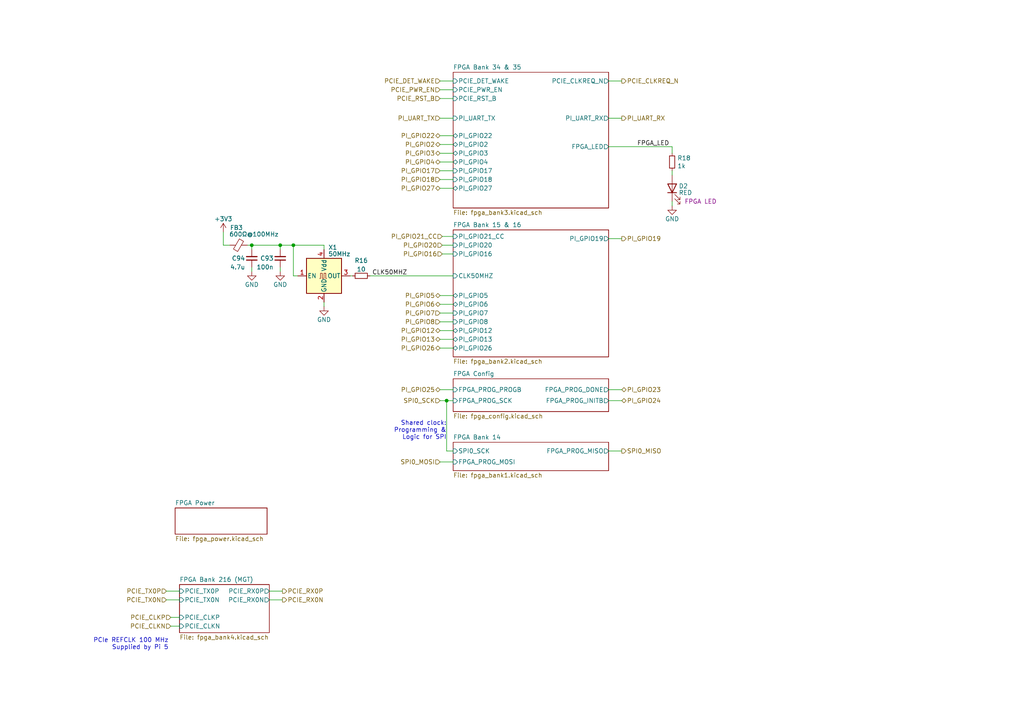
<source format=kicad_sch>
(kicad_sch (version 20250114) (generator "eeschema") (generator_version "9.0")
  (paper "A4")
  (title_block (title "Pi 5 - Artix XC7A50T - PCIe FPGA Hat") (date "2025-07-17") (rev "1.2") (company "George Smart, M1GEO") (comment 1 "https://github.com/m1geo/Pi5-Artix-FPGA-Hat") (comment 2 "https://www.george-smart.co.uk"))
  (lib_symbols
    (symbol "Device:C_Small" (pin_numbers (hide yes)) (pin_names (offset 0.254) (hide yes))
      (property "Reference" "C" (at 0.254 1.778 0))
      (property "Value" "C_Small" (at 0.254 -2.032 0))
      (symbol "C_Small_0_1"
        (polyline (pts (xy -1.524 0.508) (xy 1.524 0.508)) (stroke (width 0.3048)))
        (polyline (pts (xy -1.524 -0.508) (xy 1.524 -0.508)) (stroke (width 0.3302)))
      )
      (symbol "C_Small_1_1"
        (pin passive line (at 0 2.54 270) (length 2.032) (name "~") (number "1"))
        (pin passive line (at 0 -2.54 90) (length 2.032) (name "~") (number "2"))
      )
    )
    (symbol "Device:FerriteBead_Small" (pin_numbers (hide yes)) (pin_names (offset 0))
      (property "Reference" "FB" (at 1.905 1.27 0))
      (property "Value" "FerriteBead_Small" (at 1.905 -1.27 0))
      (symbol "FerriteBead_Small_0_1"
        (polyline (pts (xy -1.8288 0.2794) (xy -1.1176 1.4986) (xy 1.8288 -0.2032) (xy 1.1176 -1.4224) (xy -1.8288 0.2794)))
        (polyline (pts (xy 0 0.889) (xy 0 1.2954)))
        (polyline (pts (xy 0 -1.27) (xy 0 -0.7874)))
      )
      (symbol "FerriteBead_Small_1_1"
        (pin passive line (at 0 2.54 270) (length 1.27) (name "~") (number "1"))
        (pin passive line (at 0 -2.54 90) (length 1.27) (name "~") (number "2"))
      )
    )
    (symbol "Device:LED" (pin_numbers (hide yes)) (pin_names (offset 1.016) (hide yes))
      (property "Reference" "D" (at 0 2.54 0))
      (property "Value" "LED" (at 0 -2.54 0))
      (symbol "LED_0_1"
        (polyline (pts (xy -3.048 -0.762) (xy -4.572 -2.286) (xy -3.81 -2.286) (xy -4.572 -2.286) (xy -4.572 -1.524)))
        (polyline (pts (xy -1.778 -0.762) (xy -3.302 -2.286) (xy -2.54 -2.286) (xy -3.302 -2.286) (xy -3.302 -1.524)))
        (polyline (pts (xy -1.27 0) (xy 1.27 0)))
        (polyline (pts (xy -1.27 -1.27) (xy -1.27 1.27)) (stroke (width 0.254)))
        (polyline (pts (xy 1.27 -1.27) (xy 1.27 1.27) (xy -1.27 0) (xy 1.27 -1.27)) (stroke (width 0.254)))
      )
      (symbol "LED_1_1"
        (pin passive line (at -3.81 0 0) (length 2.54) (name "K") (number "1"))
        (pin passive line (at 3.81 0 180) (length 2.54) (name "A") (number "2"))
      )
    )
    (symbol "Device:R_Small" (pin_numbers (hide yes)) (pin_names (offset 0.254) (hide yes))
      (property "Reference" "R" (at 0.762 0.508 0))
      (property "Value" "R_Small" (at 0.762 -1.016 0))
      (symbol "R_Small_0_1"
        (rectangle (start -0.762 1.778) (end 0.762 -1.778) (stroke (width 0.2032)))
      )
      (symbol "R_Small_1_1"
        (pin passive line (at 0 2.54 270) (length 0.762) (name "~") (number "1"))
        (pin passive line (at 0 -2.54 90) (length 0.762) (name "~") (number "2"))
      )
    )
    (symbol "Oscillator:ASV-xxxMHz" (pin_names (offset 0.254))
      (property "Reference" "X" (at -5.08 6.35 0))
      (property "Value" "ASV-xxxMHz" (at 1.27 -6.35 0))
      (symbol "ASV-xxxMHz_0_1"
        (rectangle (start -5.08 5.08) (end 5.08 -5.08) (stroke (width 0.254)) (fill (type background)))
        (polyline (pts (xy -1.27 -0.762) (xy -1.016 -0.762) (xy -1.016 0.762) (xy -0.508 0.762) (xy -0.508 -0.762) (xy 0 -0.762) (xy 0 0.762) (xy 0.508 0.762) (xy 0.508 -0.762) (xy 0.762 -0.762)))
      )
      (symbol "ASV-xxxMHz_1_1"
        (pin input line (at -7.62 0 0) (length 2.54) (name "EN") (number "1"))
        (pin power_in line (at 0 7.62 270) (length 2.54) (name "Vdd") (number "4"))
        (pin power_in line (at 0 -7.62 90) (length 2.54) (name "GND") (number "2"))
        (pin output line (at 7.62 0 180) (length 2.54) (name "OUT") (number "3"))
      )
    )
    (symbol "power:+3V3" (power) (pin_names (offset 0))
      (property "Value" "+3V3" (at 0 3.556 0))
      (symbol "+3V3_0_1"
        (polyline (pts (xy -0.762 1.27) (xy 0 2.54)))
        (polyline (pts (xy 0 2.54) (xy 0.762 1.27)))
        (polyline (pts (xy 0 0) (xy 0 2.54)))
      )
      (symbol "+3V3_1_1"
        (pin power_in line (at 0 0 90) (length 0) (hide yes) (name "+3V3") (number "1"))
      )
    )
    (symbol "power:GND" (power) (pin_names (offset 0))
      (property "Value" "GND" (at 0 -3.81 0))
      (symbol "GND_0_1"
        (polyline (pts (xy 0 0) (xy 0 -1.27) (xy 1.27 -1.27) (xy 0 -2.54) (xy -1.27 -1.27) (xy 0 -1.27)))
      )
      (symbol "GND_1_1"
        (pin power_in line (at 0 0 270) (length 0) (hide yes) (name "GND") (number "1"))
      )
    )
  )
  (text "Shared clock:\nProgramming &\nLogic for SPI" (at 129.54 127.635 0) (effects (font (size 1.27 1.27)) (justify right bottom)))
  (text "PCIe REFCLK 100 MHz\nSupplied by Pi 5" (at 48.895 188.595 0) (effects (font (size 1.27 1.27)) (justify right bottom)))
  (junction (at 73.025 71.12))
  (junction (at 129.54 116.205))
  (junction (at 81.28 71.12))
  (junction (at 85.09 71.12))
  (wire (pts (xy 194.945 49.53) (xy 194.945 50.8)))
  (wire (pts (xy 131.445 23.495) (xy 127.635 23.495)))
  (wire (pts (xy 127.635 46.99) (xy 131.445 46.99)))
  (wire (pts (xy 52.07 181.61) (xy 49.53 181.61)))
  (wire (pts (xy 127.635 52.07) (xy 131.445 52.07)))
  (wire (pts (xy 131.445 54.61) (xy 127.635 54.61)))
  (wire (pts (xy 131.445 28.575) (xy 127.635 28.575)))
  (wire (pts (xy 131.445 39.37) (xy 127.635 39.37)))
  (wire (pts (xy 128.27 73.66) (xy 131.445 73.66)))
  (wire (pts (xy 85.09 80.01) (xy 85.09 71.12)))
  (wire (pts (xy 78.105 173.99) (xy 81.915 173.99)))
  (wire (pts (xy 85.09 71.12) (xy 93.98 71.12)))
  (wire (pts (xy 127.635 93.345) (xy 131.445 93.345)))
  (wire (pts (xy 176.53 116.205) (xy 180.34 116.205)))
  (wire (pts (xy 127.635 44.45) (xy 131.445 44.45)))
  (wire (pts (xy 194.945 58.42) (xy 194.945 59.69)))
  (wire (pts (xy 86.36 80.01) (xy 85.09 80.01)))
  (wire (pts (xy 127.635 90.805) (xy 131.445 90.805)))
  (wire (pts (xy 66.675 71.12) (xy 64.77 71.12)))
  (wire (pts (xy 194.945 42.545) (xy 194.945 44.45)))
  (wire (pts (xy 81.28 77.47) (xy 81.28 78.74)))
  (wire (pts (xy 176.53 34.29) (xy 180.34 34.29)))
  (wire (pts (xy 93.98 87.63) (xy 93.98 88.9)))
  (wire (pts (xy 131.445 130.81) (xy 129.54 130.81)))
  (wire (pts (xy 107.315 80.01) (xy 131.445 80.01)))
  (wire (pts (xy 81.28 72.39) (xy 81.28 71.12)))
  (wire (pts (xy 131.445 95.885) (xy 127.635 95.885)))
  (wire (pts (xy 127.635 116.205) (xy 129.54 116.205)))
  (wire (pts (xy 52.07 171.45) (xy 48.26 171.45)))
  (wire (pts (xy 176.53 42.545) (xy 194.945 42.545)))
  (wire (pts (xy 176.53 69.215) (xy 180.34 69.215)))
  (wire (pts (xy 71.755 71.12) (xy 73.025 71.12)))
  (wire (pts (xy 176.53 113.03) (xy 180.34 113.03)))
  (wire (pts (xy 129.54 116.205) (xy 131.445 116.205)))
  (wire (pts (xy 127.635 133.985) (xy 131.445 133.985)))
  (wire (pts (xy 52.07 179.07) (xy 49.53 179.07)))
  (wire (pts (xy 127.635 49.53) (xy 131.445 49.53)))
  (wire (pts (xy 131.445 100.965) (xy 127.635 100.965)))
  (wire (pts (xy 127.635 41.91) (xy 131.445 41.91)))
  (wire (pts (xy 52.07 173.99) (xy 48.26 173.99)))
  (wire (pts (xy 78.105 171.45) (xy 81.915 171.45)))
  (wire (pts (xy 131.445 88.265) (xy 127.635 88.265)))
  (wire (pts (xy 73.025 71.12) (xy 73.025 72.39)))
  (wire (pts (xy 176.53 130.81) (xy 180.34 130.81)))
  (wire (pts (xy 73.025 77.47) (xy 73.025 78.74)))
  (wire (pts (xy 127.635 113.03) (xy 131.445 113.03)))
  (wire (pts (xy 128.27 71.12) (xy 131.445 71.12)))
  (wire (pts (xy 176.53 23.495) (xy 180.34 23.495)))
  (wire (pts (xy 81.28 71.12) (xy 73.025 71.12)))
  (wire (pts (xy 131.445 26.035) (xy 127.635 26.035)))
  (wire (pts (xy 129.54 130.81) (xy 129.54 116.205)))
  (wire (pts (xy 127.635 85.725) (xy 131.445 85.725)))
  (wire (pts (xy 64.77 67.31) (xy 64.77 71.12)))
  (wire (pts (xy 101.6 80.01) (xy 102.235 80.01)))
  (wire (pts (xy 131.445 98.425) (xy 127.635 98.425)))
  (wire (pts (xy 81.28 71.12) (xy 85.09 71.12)))
  (wire (pts (xy 127.635 34.29) (xy 131.445 34.29)))
  (wire (pts (xy 93.98 72.39) (xy 93.98 71.12)))
  (wire (pts (xy 128.27 68.58) (xy 131.445 68.58)))
  (label "CLK50MHZ" (at 107.95 80.01 0))
  (label "FPGA_LED" (at 184.785 42.545 0))
  (hierarchical_label "PI_UART_TX" (shape input) (at 127.635 34.29 180))
  (hierarchical_label "PCIE_RX0P" (shape output) (at 81.915 171.45 0))
  (hierarchical_label "PCIE_CLKN" (shape input) (at 49.53 181.61 180))
  (hierarchical_label "PI_GPIO5" (shape bidirectional) (at 127.635 85.725 180))
  (hierarchical_label "PI_GPIO3" (shape bidirectional) (at 127.635 44.45 180))
  (hierarchical_label "PI_GPIO23" (shape bidirectional) (at 180.34 113.03 0))
  (hierarchical_label "PI_GPIO26" (shape bidirectional) (at 127.635 100.965 180))
  (hierarchical_label "PI_GPIO25" (shape bidirectional) (at 127.635 113.03 180))
  (hierarchical_label "PI_GPIO16" (shape input) (at 128.27 73.66 180))
  (hierarchical_label "PI_GPIO22" (shape bidirectional) (at 127.635 39.37 180))
  (hierarchical_label "PI_GPIO21_CC" (shape input) (at 128.27 68.58 180))
  (hierarchical_label "PI_GPIO2" (shape bidirectional) (at 127.635 41.91 180))
  (hierarchical_label "PCIE_TX0N" (shape input) (at 48.26 173.99 180))
  (hierarchical_label "PI_GPIO20" (shape input) (at 128.27 71.12 180))
  (hierarchical_label "PCIE_DET_WAKE" (shape input) (at 127.635 23.495 180))
  (hierarchical_label "PI_UART_RX" (shape output) (at 180.34 34.29 0))
  (hierarchical_label "PI_GPIO13" (shape bidirectional) (at 127.635 98.425 180))
  (hierarchical_label "PI_GPIO8" (shape input) (at 127.635 93.345 180))
  (hierarchical_label "PCIE_CLKREQ_N" (shape output) (at 180.34 23.495 0))
  (hierarchical_label "SPI0_SCK" (shape input) (at 127.635 116.205 180))
  (hierarchical_label "PCIE_RST_B" (shape input) (at 127.635 28.575 180))
  (hierarchical_label "PCIE_TX0P" (shape input) (at 48.26 171.45 180))
  (hierarchical_label "PI_GPIO17" (shape input) (at 127.635 49.53 180))
  (hierarchical_label "PCIE_PWR_EN" (shape input) (at 127.635 26.035 180))
  (hierarchical_label "PCIE_RX0N" (shape output) (at 81.915 173.99 0))
  (hierarchical_label "PI_GPIO7" (shape input) (at 127.635 90.805 180))
  (hierarchical_label "PI_GPIO18" (shape input) (at 127.635 52.07 180))
  (hierarchical_label "SPI0_MISO" (shape output) (at 180.34 130.81 0))
  (hierarchical_label "PI_GPIO4" (shape bidirectional) (at 127.635 46.99 180))
  (hierarchical_label "PCIE_CLKP" (shape input) (at 49.53 179.07 180))
  (hierarchical_label "PI_GPIO6" (shape bidirectional) (at 127.635 88.265 180))
  (hierarchical_label "PI_GPIO12" (shape bidirectional) (at 127.635 95.885 180))
  (hierarchical_label "PI_GPIO19" (shape output) (at 180.34 69.215 0))
  (hierarchical_label "PI_GPIO27" (shape bidirectional) (at 127.635 54.61 180))
  (hierarchical_label "SPI0_MOSI" (shape input) (at 127.635 133.985 180))
  (hierarchical_label "PI_GPIO24" (shape bidirectional) (at 180.34 116.205 0))
  (symbol (lib_id "Oscillator:ASV-xxxMHz") (at 93.98 80.01 0) (unit 1)
    (property "Reference" "X1" (at 96.52 71.755 0))
    (property "Value" "50MHz" (at 98.425 73.66 0))
    (property "Footprint" "Oscillator:Oscillator_SMD_EuroQuartz_XO32-4Pin_3.2x2.5mm" (effects (hide yes)))
    (property "Datasheet" "http://www.abracon.com/Oscillators/ASV.pdf" (effects (hide yes)))
    (property "LCSC" "C5203552" (effects (hide yes)))
  )
  (symbol (lib_id "Device:C_Small") (at 81.28 74.93 0) (mirror x) (unit 1)
    (property "Reference" "C93" (at 79.375 74.93 0) (effects (justify right)))
    (property "Value" "100n" (at 79.375 77.47 0) (effects (justify right)))
    (property "Footprint" "Capacitor_SMD:C_0402_1005Metric" (effects (hide yes)))
    (property "Datasheet" "https://datasheet.lcsc.com/lcsc/2304140030_Samsung-Electro-Mechanics-CL05B104KO5NNNC_C1525.pdf" (effects (hide yes)))
    (property "LCSC" "C1525" (effects (hide yes)))
  )
  (symbol (lib_id "power:GND") (at 81.28 78.74 0) (mirror y) (unit 1)
    (property "Reference" "#PWR0137" (effects (hide yes)))
    (property "Value" "GND" (at 81.28 82.55 0))
  )
  (symbol (lib_id "Device:C_Small") (at 73.025 74.93 0) (mirror x) (unit 1)
    (property "Reference" "C94" (at 71.12 74.93 0) (effects (justify right)))
    (property "Value" "4.7u" (at 71.12 77.47 0) (effects (justify right)))
    (property "Footprint" "Capacitor_SMD:C_0402_1005Metric" (effects (hide yes)))
    (property "Datasheet" "https://datasheet.lcsc.com/lcsc/2304140030_Samsung-Electro-Mechanics-CL05A475MP5NRNC_C23733.pdf" (effects (hide yes)))
    (property "LCSC" "C23733" (effects (hide yes)))
  )
  (symbol (lib_id "power:+3V3") (at 64.77 67.31 0) (unit 1)
    (property "Reference" "#PWR0139" (effects (hide yes)))
    (property "Value" "+3V3" (at 64.77 63.5 0))
  )
  (symbol (lib_id "power:GND") (at 93.98 88.9 0) (mirror y) (unit 1)
    (property "Reference" "#PWR0140" (effects (hide yes)))
    (property "Value" "GND" (at 93.98 92.71 0))
  )
  (symbol (lib_id "Device:FerriteBead_Small") (at 69.215 71.12 90) (unit 1)
    (property "Reference" "FB3" (at 68.58 66.04 90))
    (property "Value" "600Ω@100MHz" (at 73.66 67.945 90))
    (property "Footprint" "Inductor_SMD:L_0603_1608Metric" (effects (hide yes)))
    (property "Datasheet" "https://datasheet.lcsc.com/lcsc/2109180930_Sunlord-GZ1608D601TF_C1002.pdf" (effects (hide yes)))
    (property "LCSC" "C1002" (effects (hide yes)))
  )
  (symbol (lib_id "Device:R_Small") (at 194.945 46.99 0) (unit 1)
    (property "Reference" "R18" (at 196.4436 45.847 0) (effects (justify left)))
    (property "Value" "1k" (at 196.4437 48.1393 0) (effects (justify left)))
    (property "Footprint" "Resistor_SMD:R_0402_1005Metric" (effects (hide yes)))
    (property "Datasheet" "https://datasheet.lcsc.com/lcsc/2206010216_UNI-ROYAL-Uniroyal-Elec-0402WGF1001TCE_C11702.pdf" (effects (hide yes)))
    (property "LCSC" "C11702" (effects (hide yes)))
  )
  (symbol (lib_id "power:GND") (at 73.025 78.74 0) (mirror y) (unit 1)
    (property "Reference" "#PWR0138" (effects (hide yes)))
    (property "Value" "GND" (at 73.025 82.55 0))
  )
  (symbol (lib_id "power:GND") (at 194.945 59.69 0) (unit 1)
    (property "Reference" "#PWR099" (effects (hide yes)))
    (property "Value" "GND" (at 194.945 63.5 0))
  )
  (symbol (lib_id "Device:R_Small") (at 104.775 80.01 270) (unit 1)
    (property "Reference" "R16" (at 104.775 75.565 90))
    (property "Value" "10" (at 104.775 78.105 90))
    (property "Footprint" "Resistor_SMD:R_0402_1005Metric" (effects (hide yes)))
    (property "Datasheet" "https://datasheet.lcsc.com/lcsc/2205311900_UNI-ROYAL-Uniroyal-Elec-0402WGF100JTCE_C25077.pdf" (effects (hide yes)))
    (property "LCSC" "C25077" (effects (hide yes)))
  )
  (symbol (lib_id "Device:LED") (at 194.945 54.61 90) (unit 1)
    (property "Reference" "D2" (at 196.85 53.975 90) (effects (justify right)))
    (property "Value" "RED" (at 196.85 55.88 90) (effects (justify right)))
    (property "Footprint" "LED_SMD:LED_0402_1005Metric" (effects (hide yes)))
    (property "Datasheet" "https://datasheet.lcsc.com/lcsc/2211030000_XINGLIGHT-XL-1005UBC_C965795.pdf" (effects (hide yes)))
    (property "Feature" "FPGA LED" (at 203.2 58.42 90))
    (property "LCSC" "C965795" (effects (hide yes)))
  )
  (sheet (at 131.445 66.675) (size 45.085 36.83) (stroke (width 0.1524))
    (property "Sheetname" "FPGA Bank 15 & 16" (at 131.445 65.9634 0) (effects (justify left bottom)))
    (property "Sheetfile" "fpga_bank2.kicad_sch" (at 131.445 104.0896 0) (effects (justify left top)))
    (pin "PI_GPIO26" bidirectional (at 131.445 100.965 180))
    (pin "PI_GPIO13" bidirectional (at 131.445 98.425 180))
    (pin "PI_GPIO6" bidirectional (at 131.445 88.265 180))
    (pin "PI_GPIO12" bidirectional (at 131.445 95.885 180))
    (pin "PI_GPIO5" bidirectional (at 131.445 85.725 180))
    (pin "CLK50MHZ" input (at 131.445 80.01 180))
    (pin "PI_GPIO21_CC" input (at 131.445 68.58 180))
    (pin "PI_GPIO20" input (at 131.445 71.12 180))
    (pin "PI_GPIO19" output (at 176.53 69.215 0))
    (pin "PI_GPIO16" input (at 131.445 73.66 180))
    (pin "PI_GPIO8" input (at 131.445 93.345 180))
    (pin "PI_GPIO7" input (at 131.445 90.805 180))
  )
  (sheet (at 50.8 147.32) (size 26.67 7.62) (stroke (width 0.1524))
    (property "Sheetname" "FPGA Power" (at 50.8 146.6084 0) (effects (justify left bottom)))
    (property "Sheetfile" "fpga_power.kicad_sch" (at 50.8 155.5246 0) (effects (justify left top)))
  )
  (sheet (at 131.445 20.955) (size 45.085 39.37) (stroke (width 0.1524))
    (property "Sheetname" "FPGA Bank 34 & 35" (at 131.445 20.2434 0) (effects (justify left bottom)))
    (property "Sheetfile" "fpga_bank3.kicad_sch" (at 131.445 60.9096 0) (effects (justify left top)))
    (pin "PCIE_DET_WAKE" input (at 131.445 23.495 180))
    (pin "PCIE_PWR_EN" input (at 131.445 26.035 180))
    (pin "PCIE_CLKREQ_N" output (at 176.53 23.495 0))
    (pin "PCIE_RST_B" input (at 131.445 28.575 180))
    (pin "PI_UART_RX" output (at 176.53 34.29 0))
    (pin "PI_UART_TX" input (at 131.445 34.29 180))
    (pin "PI_GPIO2" bidirectional (at 131.445 41.91 180))
    (pin "PI_GPIO3" bidirectional (at 131.445 44.45 180))
    (pin "PI_GPIO4" bidirectional (at 131.445 46.99 180))
    (pin "PI_GPIO27" bidirectional (at 131.445 54.61 180))
    (pin "PI_GPIO17" input (at 131.445 49.53 180))
    (pin "PI_GPIO18" input (at 131.445 52.07 180))
    (pin "PI_GPIO22" bidirectional (at 131.445 39.37 180))
    (pin "FPGA_LED" output (at 176.53 42.545 0))
  )
  (sheet (at 52.07 169.545) (size 26.035 13.97) (stroke (width 0.1524))
    (property "Sheetname" "FPGA Bank 216 (MGT)" (at 52.07 168.8334 0) (effects (justify left bottom)))
    (property "Sheetfile" "fpga_bank4.kicad_sch" (at 52.07 184.0996 0) (effects (justify left top)))
    (pin "PCIE_RX0N" output (at 78.105 173.99 0))
    (pin "PCIE_TX0P" input (at 52.07 171.45 180))
    (pin "PCIE_CLKN" input (at 52.07 181.61 180))
    (pin "PCIE_CLKP" input (at 52.07 179.07 180))
    (pin "PCIE_RX0P" output (at 78.105 171.45 0))
    (pin "PCIE_TX0N" input (at 52.07 173.99 180))
  )
  (sheet (at 131.445 128.27) (size 45.085 8.255) (stroke (width 0.1524))
    (property "Sheetname" "FPGA Bank 14" (at 131.445 127.5584 0) (effects (justify left bottom)))
    (property "Sheetfile" "fpga_bank1.kicad_sch" (at 131.445 137.1096 0) (effects (justify left top)))
    (pin "FPGA_PROG_MOSI" input (at 131.445 133.985 180))
    (pin "FPGA_PROG_MISO" output (at 176.53 130.81 0))
    (pin "SPI0_SCK" input (at 131.445 130.81 180))
  )
  (sheet (at 131.445 109.855) (size 45.085 9.525) (stroke (width 0.1524))
    (property "Sheetname" "FPGA Config" (at 131.445 109.1434 0) (effects (justify left bottom)))
    (property "Sheetfile" "fpga_config.kicad_sch" (at 131.445 119.9646 0) (effects (justify left top)))
    (pin "FPGA_PROG_DONE" output (at 176.53 113.03 0))
    (pin "FPGA_PROG_PROGB" input (at 131.445 113.03 180))
    (pin "FPGA_PROG_SCK" input (at 131.445 116.205 180))
    (pin "FPGA_PROG_INITB" output (at 176.53 116.205 0))
  )
)
</source>
